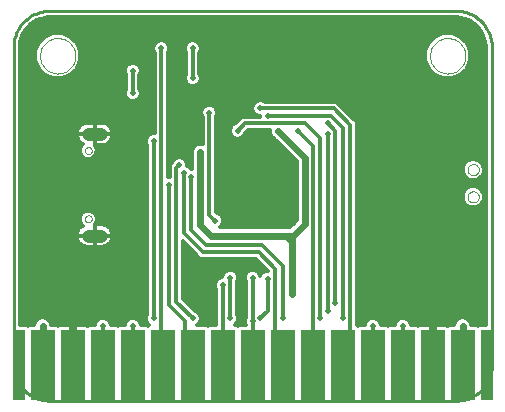
<source format=gbl>
G75*
G70*
%OFA0B0*%
%FSLAX24Y24*%
%IPPOS*%
%LPD*%
%AMOC8*
5,1,8,0,0,1.08239X$1,22.5*
%
%ADD10C,0.0100*%
%ADD11R,0.0787X0.2362*%
%ADD12R,0.0394X0.2362*%
%ADD13C,0.0000*%
%ADD14C,0.0394*%
%ADD15C,0.0433*%
%ADD16C,0.0200*%
%ADD17C,0.0120*%
%ADD18C,0.0240*%
D10*
X004558Y001364D02*
X004558Y011956D01*
X004560Y012023D01*
X004566Y012090D01*
X004575Y012157D01*
X004588Y012223D01*
X004605Y012288D01*
X004625Y012352D01*
X004649Y012415D01*
X004677Y012477D01*
X004708Y012536D01*
X004742Y012594D01*
X004779Y012650D01*
X004820Y012704D01*
X004863Y012756D01*
X004909Y012805D01*
X004958Y012851D01*
X005010Y012894D01*
X005064Y012935D01*
X005120Y012972D01*
X005178Y013006D01*
X005237Y013037D01*
X005299Y013065D01*
X005362Y013089D01*
X005426Y013109D01*
X005491Y013126D01*
X005557Y013139D01*
X005624Y013148D01*
X005691Y013154D01*
X005758Y013156D01*
X019302Y013156D01*
X019369Y013154D01*
X019436Y013148D01*
X019503Y013139D01*
X019569Y013126D01*
X019634Y013109D01*
X019698Y013089D01*
X019761Y013065D01*
X019823Y013037D01*
X019882Y013006D01*
X019940Y012972D01*
X019996Y012935D01*
X020050Y012894D01*
X020102Y012851D01*
X020151Y012805D01*
X020197Y012756D01*
X020240Y012704D01*
X020281Y012650D01*
X020318Y012594D01*
X020352Y012536D01*
X020383Y012477D01*
X020411Y012415D01*
X020435Y012352D01*
X020455Y012288D01*
X020472Y012223D01*
X020485Y012157D01*
X020494Y012090D01*
X020500Y012023D01*
X020502Y011956D01*
X020502Y001364D01*
X020500Y001297D01*
X020494Y001230D01*
X020485Y001163D01*
X020472Y001097D01*
X020455Y001032D01*
X020435Y000968D01*
X020411Y000905D01*
X020383Y000843D01*
X020352Y000784D01*
X020318Y000726D01*
X020281Y000670D01*
X020240Y000616D01*
X020197Y000564D01*
X020151Y000515D01*
X020102Y000469D01*
X020050Y000426D01*
X019996Y000385D01*
X019940Y000348D01*
X019882Y000314D01*
X019823Y000283D01*
X019761Y000255D01*
X019698Y000231D01*
X019634Y000211D01*
X019569Y000194D01*
X019503Y000181D01*
X019436Y000172D01*
X019369Y000166D01*
X019302Y000164D01*
X005758Y000164D01*
X005691Y000166D01*
X005624Y000172D01*
X005557Y000181D01*
X005491Y000194D01*
X005426Y000211D01*
X005362Y000231D01*
X005299Y000255D01*
X005237Y000283D01*
X005178Y000314D01*
X005120Y000348D01*
X005064Y000385D01*
X005010Y000426D01*
X004958Y000469D01*
X004909Y000515D01*
X004863Y000564D01*
X004820Y000616D01*
X004779Y000670D01*
X004742Y000726D01*
X004708Y000784D01*
X004677Y000843D01*
X004649Y000905D01*
X004625Y000968D01*
X004605Y001032D01*
X004588Y001097D01*
X004575Y001163D01*
X004566Y001230D01*
X004560Y001297D01*
X004558Y001364D01*
D11*
X005530Y001348D03*
X006530Y001348D03*
X007530Y001348D03*
X008530Y001348D03*
X009530Y001348D03*
X010530Y001348D03*
X011530Y001348D03*
X012530Y001348D03*
X013530Y001348D03*
X014530Y001348D03*
X015530Y001348D03*
X016530Y001348D03*
X017530Y001348D03*
X018530Y001348D03*
X019530Y001348D03*
D12*
X020325Y001348D03*
X004735Y001348D03*
D13*
X006929Y006222D02*
X006931Y006243D01*
X006937Y006263D01*
X006946Y006283D01*
X006958Y006300D01*
X006973Y006314D01*
X006991Y006326D01*
X007011Y006334D01*
X007031Y006339D01*
X007052Y006340D01*
X007073Y006337D01*
X007093Y006331D01*
X007112Y006320D01*
X007129Y006307D01*
X007142Y006291D01*
X007153Y006273D01*
X007161Y006253D01*
X007165Y006233D01*
X007165Y006211D01*
X007161Y006191D01*
X007153Y006171D01*
X007142Y006153D01*
X007129Y006137D01*
X007112Y006124D01*
X007093Y006113D01*
X007073Y006107D01*
X007052Y006104D01*
X007031Y006105D01*
X007011Y006110D01*
X006991Y006118D01*
X006973Y006130D01*
X006958Y006144D01*
X006946Y006161D01*
X006937Y006181D01*
X006931Y006201D01*
X006929Y006222D01*
X006929Y008498D02*
X006931Y008519D01*
X006937Y008539D01*
X006946Y008559D01*
X006958Y008576D01*
X006973Y008590D01*
X006991Y008602D01*
X007011Y008610D01*
X007031Y008615D01*
X007052Y008616D01*
X007073Y008613D01*
X007093Y008607D01*
X007112Y008596D01*
X007129Y008583D01*
X007142Y008567D01*
X007153Y008549D01*
X007161Y008529D01*
X007165Y008509D01*
X007165Y008487D01*
X007161Y008467D01*
X007153Y008447D01*
X007142Y008429D01*
X007129Y008413D01*
X007112Y008400D01*
X007093Y008389D01*
X007073Y008383D01*
X007052Y008380D01*
X007031Y008381D01*
X007011Y008386D01*
X006991Y008394D01*
X006973Y008406D01*
X006958Y008420D01*
X006946Y008437D01*
X006937Y008457D01*
X006931Y008477D01*
X006929Y008498D01*
X005439Y011660D02*
X005441Y011708D01*
X005447Y011756D01*
X005457Y011803D01*
X005470Y011849D01*
X005488Y011894D01*
X005508Y011938D01*
X005533Y011980D01*
X005561Y012019D01*
X005591Y012056D01*
X005625Y012090D01*
X005662Y012122D01*
X005700Y012151D01*
X005741Y012176D01*
X005784Y012198D01*
X005829Y012216D01*
X005875Y012230D01*
X005922Y012241D01*
X005970Y012248D01*
X006018Y012251D01*
X006066Y012250D01*
X006114Y012245D01*
X006162Y012236D01*
X006208Y012224D01*
X006253Y012207D01*
X006297Y012187D01*
X006339Y012164D01*
X006379Y012137D01*
X006417Y012107D01*
X006452Y012074D01*
X006484Y012038D01*
X006514Y012000D01*
X006540Y011959D01*
X006562Y011916D01*
X006582Y011872D01*
X006597Y011827D01*
X006609Y011780D01*
X006617Y011732D01*
X006621Y011684D01*
X006621Y011636D01*
X006617Y011588D01*
X006609Y011540D01*
X006597Y011493D01*
X006582Y011448D01*
X006562Y011404D01*
X006540Y011361D01*
X006514Y011320D01*
X006484Y011282D01*
X006452Y011246D01*
X006417Y011213D01*
X006379Y011183D01*
X006339Y011156D01*
X006297Y011133D01*
X006253Y011113D01*
X006208Y011096D01*
X006162Y011084D01*
X006114Y011075D01*
X006066Y011070D01*
X006018Y011069D01*
X005970Y011072D01*
X005922Y011079D01*
X005875Y011090D01*
X005829Y011104D01*
X005784Y011122D01*
X005741Y011144D01*
X005700Y011169D01*
X005662Y011198D01*
X005625Y011230D01*
X005591Y011264D01*
X005561Y011301D01*
X005533Y011340D01*
X005508Y011382D01*
X005488Y011426D01*
X005470Y011471D01*
X005457Y011517D01*
X005447Y011564D01*
X005441Y011612D01*
X005439Y011660D01*
X018439Y011660D02*
X018441Y011708D01*
X018447Y011756D01*
X018457Y011803D01*
X018470Y011849D01*
X018488Y011894D01*
X018508Y011938D01*
X018533Y011980D01*
X018561Y012019D01*
X018591Y012056D01*
X018625Y012090D01*
X018662Y012122D01*
X018700Y012151D01*
X018741Y012176D01*
X018784Y012198D01*
X018829Y012216D01*
X018875Y012230D01*
X018922Y012241D01*
X018970Y012248D01*
X019018Y012251D01*
X019066Y012250D01*
X019114Y012245D01*
X019162Y012236D01*
X019208Y012224D01*
X019253Y012207D01*
X019297Y012187D01*
X019339Y012164D01*
X019379Y012137D01*
X019417Y012107D01*
X019452Y012074D01*
X019484Y012038D01*
X019514Y012000D01*
X019540Y011959D01*
X019562Y011916D01*
X019582Y011872D01*
X019597Y011827D01*
X019609Y011780D01*
X019617Y011732D01*
X019621Y011684D01*
X019621Y011636D01*
X019617Y011588D01*
X019609Y011540D01*
X019597Y011493D01*
X019582Y011448D01*
X019562Y011404D01*
X019540Y011361D01*
X019514Y011320D01*
X019484Y011282D01*
X019452Y011246D01*
X019417Y011213D01*
X019379Y011183D01*
X019339Y011156D01*
X019297Y011133D01*
X019253Y011113D01*
X019208Y011096D01*
X019162Y011084D01*
X019114Y011075D01*
X019066Y011070D01*
X019018Y011069D01*
X018970Y011072D01*
X018922Y011079D01*
X018875Y011090D01*
X018829Y011104D01*
X018784Y011122D01*
X018741Y011144D01*
X018700Y011169D01*
X018662Y011198D01*
X018625Y011230D01*
X018591Y011264D01*
X018561Y011301D01*
X018533Y011340D01*
X018508Y011382D01*
X018488Y011426D01*
X018470Y011471D01*
X018457Y011517D01*
X018447Y011564D01*
X018441Y011612D01*
X018439Y011660D01*
X019693Y007863D02*
X019695Y007890D01*
X019701Y007916D01*
X019710Y007941D01*
X019723Y007964D01*
X019739Y007985D01*
X019758Y008004D01*
X019779Y008020D01*
X019802Y008033D01*
X019827Y008042D01*
X019853Y008048D01*
X019880Y008050D01*
X019907Y008048D01*
X019933Y008042D01*
X019958Y008033D01*
X019981Y008020D01*
X020002Y008004D01*
X020021Y007985D01*
X020037Y007964D01*
X020050Y007941D01*
X020059Y007916D01*
X020065Y007890D01*
X020067Y007863D01*
X020065Y007836D01*
X020059Y007810D01*
X020050Y007785D01*
X020037Y007762D01*
X020021Y007741D01*
X020002Y007722D01*
X019981Y007706D01*
X019958Y007693D01*
X019933Y007684D01*
X019907Y007678D01*
X019880Y007676D01*
X019853Y007678D01*
X019827Y007684D01*
X019802Y007693D01*
X019779Y007706D01*
X019758Y007722D01*
X019739Y007741D01*
X019723Y007762D01*
X019710Y007785D01*
X019701Y007810D01*
X019695Y007836D01*
X019693Y007863D01*
X019693Y006957D02*
X019695Y006984D01*
X019701Y007010D01*
X019710Y007035D01*
X019723Y007058D01*
X019739Y007079D01*
X019758Y007098D01*
X019779Y007114D01*
X019802Y007127D01*
X019827Y007136D01*
X019853Y007142D01*
X019880Y007144D01*
X019907Y007142D01*
X019933Y007136D01*
X019958Y007127D01*
X019981Y007114D01*
X020002Y007098D01*
X020021Y007079D01*
X020037Y007058D01*
X020050Y007035D01*
X020059Y007010D01*
X020065Y006984D01*
X020067Y006957D01*
X020065Y006930D01*
X020059Y006904D01*
X020050Y006879D01*
X020037Y006856D01*
X020021Y006835D01*
X020002Y006816D01*
X019981Y006800D01*
X019958Y006787D01*
X019933Y006778D01*
X019907Y006772D01*
X019880Y006770D01*
X019853Y006772D01*
X019827Y006778D01*
X019802Y006787D01*
X019779Y006800D01*
X019758Y006816D01*
X019739Y006835D01*
X019723Y006856D01*
X019710Y006879D01*
X019701Y006904D01*
X019695Y006930D01*
X019693Y006957D01*
D14*
X005807Y005667D02*
X005413Y005667D01*
X005413Y009053D02*
X005807Y009053D01*
D15*
X007047Y009053D02*
X007480Y009053D01*
X007480Y005667D02*
X007047Y005667D01*
D16*
X008030Y005160D03*
X008530Y004410D03*
X007030Y003160D03*
X007530Y002660D03*
X008530Y002660D03*
X009230Y002910D03*
X010530Y002910D03*
X011780Y002910D03*
X012530Y002810D03*
X012780Y002910D03*
X013530Y002910D03*
X013830Y003710D03*
X013030Y004235D03*
X012530Y004260D03*
X011780Y004260D03*
X011530Y004010D03*
X011030Y004660D03*
X010530Y004660D03*
X011580Y005660D03*
X011280Y006160D03*
X010780Y006410D03*
X011780Y006910D03*
X012530Y007460D03*
X013280Y006910D03*
X014280Y006869D03*
X013280Y008160D03*
X013380Y009160D03*
X014030Y009160D03*
X015030Y009060D03*
X015030Y009410D03*
X016280Y008910D03*
X017030Y008910D03*
X017030Y007660D03*
X017830Y007060D03*
X017030Y006410D03*
X016280Y005660D03*
X016280Y004410D03*
X015280Y003410D03*
X015030Y003160D03*
X014780Y002910D03*
X015530Y002910D03*
X016530Y002660D03*
X017530Y002660D03*
X018030Y003160D03*
X018780Y003160D03*
X019530Y002660D03*
X020030Y003160D03*
X018530Y004410D03*
X018530Y005660D03*
X019780Y005660D03*
X019280Y009160D03*
X017730Y009960D03*
X015880Y011860D03*
X013530Y010260D03*
X013030Y009660D03*
X012780Y009910D03*
X012080Y009960D03*
X011230Y010160D03*
X011080Y009760D03*
X012030Y009160D03*
X011780Y008160D03*
X010780Y008444D03*
X010380Y008810D03*
X010080Y008010D03*
X010230Y007760D03*
X010480Y007610D03*
X009730Y007360D03*
X008880Y007110D03*
X008880Y006410D03*
X009230Y008810D03*
X008530Y009160D03*
X008530Y010410D03*
X008530Y011160D03*
X009480Y011910D03*
X010530Y011910D03*
X010530Y010910D03*
X007430Y011360D03*
X006280Y009810D03*
X005980Y004960D03*
X005230Y004610D03*
X005030Y003160D03*
X005530Y002660D03*
X006030Y003160D03*
X012780Y005660D03*
D17*
X012830Y005360D02*
X013530Y004660D01*
X013530Y002910D01*
X013030Y003160D02*
X012780Y002910D01*
X012530Y002810D02*
X012530Y004260D01*
X012285Y004171D02*
X012025Y004171D01*
X012040Y004208D02*
X012040Y004312D01*
X012000Y004407D01*
X011927Y004480D01*
X011832Y004520D01*
X011728Y004520D01*
X011633Y004480D01*
X011560Y004407D01*
X011520Y004312D01*
X011520Y004270D01*
X011478Y004270D01*
X011383Y004230D01*
X011310Y004157D01*
X011270Y004062D01*
X011270Y003958D01*
X011310Y003863D01*
X011310Y003862D01*
X011310Y002689D01*
X011070Y002689D01*
X011030Y002649D01*
X010990Y002689D01*
X010677Y002689D01*
X010677Y002690D01*
X010750Y002763D01*
X010790Y002858D01*
X010790Y002962D01*
X010750Y003057D01*
X010677Y003130D01*
X010582Y003170D01*
X010581Y003170D01*
X010200Y003551D01*
X010200Y005479D01*
X010789Y004890D01*
X010971Y004890D01*
X012639Y004890D01*
X013034Y004495D01*
X012978Y004495D01*
X012883Y004455D01*
X012810Y004382D01*
X012785Y004323D01*
X012750Y004407D01*
X012677Y004480D01*
X012582Y004520D01*
X012478Y004520D01*
X012383Y004480D01*
X012310Y004407D01*
X012270Y004312D01*
X012270Y004208D01*
X012310Y004113D01*
X012310Y004112D01*
X012310Y002958D01*
X012310Y002957D01*
X012270Y002862D01*
X012270Y002758D01*
X012299Y002689D01*
X012070Y002689D01*
X012030Y002649D01*
X011990Y002689D01*
X011927Y002689D01*
X011927Y002690D01*
X012000Y002763D01*
X012040Y002858D01*
X012040Y002962D01*
X012000Y003057D01*
X012000Y003058D01*
X012000Y004112D01*
X012000Y004113D01*
X012040Y004208D01*
X012040Y004290D02*
X012270Y004290D01*
X012311Y004408D02*
X011999Y004408D01*
X011780Y004260D02*
X011780Y002910D01*
X012030Y002986D02*
X012310Y002986D01*
X012310Y003105D02*
X012000Y003105D01*
X012000Y003223D02*
X012310Y003223D01*
X012310Y003342D02*
X012000Y003342D01*
X012000Y003460D02*
X012310Y003460D01*
X012310Y003579D02*
X012000Y003579D01*
X012000Y003697D02*
X012310Y003697D01*
X012310Y003816D02*
X012000Y003816D01*
X012000Y003934D02*
X012310Y003934D01*
X012310Y004053D02*
X012000Y004053D01*
X011530Y004010D02*
X011530Y001348D01*
X012530Y001348D02*
X012530Y002810D01*
X012274Y002749D02*
X011987Y002749D01*
X012040Y002868D02*
X012273Y002868D01*
X013030Y003160D02*
X013030Y004235D01*
X012836Y004408D02*
X012749Y004408D01*
X012883Y004645D02*
X010200Y004645D01*
X010200Y004527D02*
X013002Y004527D01*
X013280Y004560D02*
X012730Y005110D01*
X010880Y005110D01*
X010230Y005760D01*
X010230Y007760D01*
X010340Y007996D02*
X010340Y008062D01*
X010300Y008157D01*
X010227Y008230D01*
X010132Y008270D01*
X010028Y008270D01*
X009933Y008230D01*
X009860Y008157D01*
X009820Y008062D01*
X009820Y008061D01*
X009760Y008001D01*
X009760Y007620D01*
X009700Y007620D01*
X009700Y011762D01*
X009700Y011763D01*
X009740Y011858D01*
X009740Y011962D01*
X009700Y012057D01*
X009627Y012130D01*
X009532Y012170D01*
X009428Y012170D01*
X009333Y012130D01*
X009260Y012057D01*
X009220Y011962D01*
X009220Y011858D01*
X009260Y011763D01*
X009260Y011762D01*
X009260Y009070D01*
X009178Y009070D01*
X009083Y009030D01*
X009010Y008957D01*
X008970Y008862D01*
X008970Y008758D01*
X009010Y008663D01*
X009010Y008662D01*
X009010Y003058D01*
X009010Y003057D01*
X008970Y002962D01*
X008970Y002858D01*
X009010Y002763D01*
X009083Y002690D01*
X009083Y002689D01*
X009070Y002689D01*
X009030Y002649D01*
X008990Y002689D01*
X008790Y002689D01*
X008790Y002712D01*
X008750Y002807D01*
X008677Y002880D01*
X008582Y002920D01*
X008478Y002920D01*
X008383Y002880D01*
X008310Y002807D01*
X008270Y002712D01*
X008270Y002689D01*
X008070Y002689D01*
X008030Y002649D01*
X007990Y002689D01*
X007790Y002689D01*
X007790Y002712D01*
X007750Y002807D01*
X007677Y002880D01*
X007582Y002920D01*
X007478Y002920D01*
X007383Y002880D01*
X007310Y002807D01*
X007270Y002712D01*
X007270Y002689D01*
X007070Y002689D01*
X007030Y002649D01*
X007022Y002657D01*
X006985Y002678D01*
X006945Y002689D01*
X006590Y002689D01*
X006590Y001408D01*
X006470Y001408D01*
X006470Y002689D01*
X006115Y002689D01*
X006075Y002678D01*
X006038Y002657D01*
X006030Y002649D01*
X005990Y002689D01*
X005810Y002689D01*
X005810Y002716D01*
X005767Y002819D01*
X005689Y002897D01*
X005586Y002940D01*
X005474Y002940D01*
X005371Y002897D01*
X005293Y002819D01*
X005250Y002716D01*
X005250Y002689D01*
X005070Y002689D01*
X005034Y002653D01*
X004998Y002689D01*
X004768Y002689D01*
X004768Y011956D01*
X004780Y012111D01*
X005420Y012111D01*
X005394Y012085D02*
X005279Y011809D01*
X005279Y011511D01*
X005394Y011235D01*
X005605Y011024D01*
X005881Y010909D01*
X006179Y010909D01*
X006455Y011024D01*
X006666Y011235D01*
X006781Y011511D01*
X006781Y011809D01*
X006666Y012085D01*
X006455Y012296D01*
X006179Y012411D01*
X005881Y012411D01*
X005605Y012296D01*
X005394Y012085D01*
X005355Y011993D02*
X004770Y011993D01*
X004780Y012111D02*
X004875Y012406D01*
X005058Y012656D01*
X005308Y012838D01*
X005603Y012934D01*
X005758Y012946D01*
X019302Y012946D01*
X019457Y012934D01*
X019752Y012838D01*
X020002Y012656D01*
X020185Y012406D01*
X020280Y012111D01*
X019640Y012111D01*
X019666Y012085D02*
X019455Y012296D01*
X019179Y012411D01*
X018881Y012411D01*
X018605Y012296D01*
X018394Y012085D01*
X018279Y011809D01*
X018279Y011511D01*
X018394Y011235D01*
X018605Y011024D01*
X018881Y010909D01*
X019179Y010909D01*
X019455Y011024D01*
X019666Y011235D01*
X019781Y011511D01*
X019781Y011809D01*
X019666Y012085D01*
X019705Y011993D02*
X020290Y011993D01*
X020292Y011956D02*
X020280Y012111D01*
X020242Y012230D02*
X019522Y012230D01*
X019330Y012348D02*
X020203Y012348D01*
X020140Y012467D02*
X004920Y012467D01*
X004857Y012348D02*
X005730Y012348D01*
X005538Y012230D02*
X004818Y012230D01*
X005006Y012585D02*
X020054Y012585D01*
X019937Y012704D02*
X005123Y012704D01*
X005286Y012822D02*
X019774Y012822D01*
X019373Y012941D02*
X005687Y012941D01*
X006330Y012348D02*
X018730Y012348D01*
X018538Y012230D02*
X006522Y012230D01*
X006640Y012111D02*
X009313Y012111D01*
X009233Y011993D02*
X006705Y011993D01*
X006754Y011874D02*
X009220Y011874D01*
X009260Y011756D02*
X006781Y011756D01*
X006781Y011637D02*
X009260Y011637D01*
X009260Y011519D02*
X006781Y011519D01*
X006735Y011400D02*
X008430Y011400D01*
X008383Y011380D02*
X008310Y011307D01*
X008270Y011212D01*
X008270Y011108D01*
X008310Y011013D01*
X008310Y011012D01*
X008310Y010558D01*
X008310Y010557D01*
X008270Y010462D01*
X008270Y010358D01*
X008310Y010263D01*
X008383Y010190D01*
X008478Y010150D01*
X008582Y010150D01*
X008677Y010190D01*
X008750Y010263D01*
X008790Y010358D01*
X008790Y010462D01*
X008750Y010557D01*
X008750Y010558D01*
X008750Y011012D01*
X008750Y011013D01*
X008790Y011108D01*
X008790Y011212D01*
X008750Y011307D01*
X008677Y011380D01*
X008582Y011420D01*
X008478Y011420D01*
X008383Y011380D01*
X008299Y011282D02*
X006686Y011282D01*
X006594Y011163D02*
X008270Y011163D01*
X008296Y011045D02*
X006476Y011045D01*
X006219Y010926D02*
X008310Y010926D01*
X008310Y010808D02*
X004768Y010808D01*
X004768Y010926D02*
X005841Y010926D01*
X005584Y011045D02*
X004768Y011045D01*
X004768Y011163D02*
X005466Y011163D01*
X005374Y011282D02*
X004768Y011282D01*
X004768Y011400D02*
X005325Y011400D01*
X005279Y011519D02*
X004768Y011519D01*
X004768Y011637D02*
X005279Y011637D01*
X005279Y011756D02*
X004768Y011756D01*
X004768Y011874D02*
X005306Y011874D01*
X004768Y010689D02*
X008310Y010689D01*
X008310Y010571D02*
X004768Y010571D01*
X004768Y010452D02*
X008270Y010452D01*
X008280Y010334D02*
X004768Y010334D01*
X004768Y010215D02*
X008357Y010215D01*
X008530Y010410D02*
X008530Y011160D01*
X008630Y011400D02*
X009260Y011400D01*
X009260Y011282D02*
X008761Y011282D01*
X008790Y011163D02*
X009260Y011163D01*
X009260Y011045D02*
X008764Y011045D01*
X008750Y010926D02*
X009260Y010926D01*
X009260Y010808D02*
X008750Y010808D01*
X008750Y010689D02*
X009260Y010689D01*
X009260Y010571D02*
X008750Y010571D01*
X008790Y010452D02*
X009260Y010452D01*
X009260Y010334D02*
X008780Y010334D01*
X008703Y010215D02*
X009260Y010215D01*
X009260Y010097D02*
X004768Y010097D01*
X004768Y009978D02*
X009260Y009978D01*
X009260Y009860D02*
X004768Y009860D01*
X004768Y009741D02*
X009260Y009741D01*
X009260Y009623D02*
X004768Y009623D01*
X004768Y009504D02*
X009260Y009504D01*
X009260Y009386D02*
X007660Y009386D01*
X007658Y009387D02*
X007590Y009415D01*
X007517Y009429D01*
X007263Y009429D01*
X007010Y009429D01*
X006937Y009415D01*
X006869Y009387D01*
X006807Y009345D01*
X006754Y009293D01*
X006713Y009231D01*
X006685Y009163D01*
X006670Y009090D01*
X006670Y009053D01*
X007263Y009053D01*
X007263Y009053D01*
X006670Y009053D01*
X006670Y009016D01*
X006685Y008943D01*
X006713Y008875D01*
X006754Y008813D01*
X006807Y008760D01*
X006869Y008719D01*
X006873Y008717D01*
X006811Y008655D01*
X006769Y008553D01*
X006769Y008442D01*
X006811Y008340D01*
X006889Y008262D01*
X006992Y008220D01*
X007102Y008220D01*
X007204Y008262D01*
X007283Y008340D01*
X007325Y008442D01*
X007325Y008553D01*
X007283Y008655D01*
X007262Y008676D01*
X007263Y008676D01*
X007263Y009053D01*
X007263Y009429D01*
X007263Y009053D01*
X007263Y009053D01*
X007263Y009053D01*
X007263Y008676D01*
X007517Y008676D01*
X007590Y008691D01*
X007658Y008719D01*
X007720Y008760D01*
X007772Y008813D01*
X007814Y008875D01*
X007842Y008943D01*
X007857Y009016D01*
X007857Y009053D01*
X007857Y009090D01*
X007842Y009163D01*
X007814Y009231D01*
X007772Y009293D01*
X007720Y009345D01*
X007658Y009387D01*
X007790Y009267D02*
X009260Y009267D01*
X009260Y009149D02*
X007845Y009149D01*
X007857Y009053D02*
X007263Y009053D01*
X007263Y009053D01*
X007857Y009053D01*
X007857Y009030D02*
X009082Y009030D01*
X008991Y008912D02*
X007829Y008912D01*
X007753Y008793D02*
X008970Y008793D01*
X009005Y008675D02*
X007264Y008675D01*
X007263Y008793D02*
X007263Y008793D01*
X007263Y008912D02*
X007263Y008912D01*
X007263Y009030D02*
X007263Y009030D01*
X007263Y009149D02*
X007263Y009149D01*
X007263Y009267D02*
X007263Y009267D01*
X007263Y009386D02*
X007263Y009386D01*
X006867Y009386D02*
X004768Y009386D01*
X004768Y009267D02*
X006737Y009267D01*
X006682Y009149D02*
X004768Y009149D01*
X004768Y009030D02*
X006670Y009030D01*
X006698Y008912D02*
X004768Y008912D01*
X004768Y008793D02*
X006774Y008793D01*
X006830Y008675D02*
X004768Y008675D01*
X004768Y008556D02*
X006770Y008556D01*
X006771Y008438D02*
X004768Y008438D01*
X004768Y008319D02*
X006832Y008319D01*
X007261Y008319D02*
X009010Y008319D01*
X009010Y008201D02*
X004768Y008201D01*
X004768Y008082D02*
X009010Y008082D01*
X009010Y007964D02*
X004768Y007964D01*
X004768Y007845D02*
X009010Y007845D01*
X009010Y007727D02*
X004768Y007727D01*
X004768Y007608D02*
X009010Y007608D01*
X009010Y007490D02*
X004768Y007490D01*
X004768Y007371D02*
X009010Y007371D01*
X009010Y007253D02*
X004768Y007253D01*
X004768Y007134D02*
X009010Y007134D01*
X009010Y007016D02*
X004768Y007016D01*
X004768Y006897D02*
X009010Y006897D01*
X009010Y006779D02*
X004768Y006779D01*
X004768Y006660D02*
X009010Y006660D01*
X009010Y006541D02*
X004768Y006541D01*
X004768Y006423D02*
X006854Y006423D01*
X006889Y006458D02*
X006811Y006380D01*
X006769Y006278D01*
X006769Y006167D01*
X006811Y006065D01*
X006873Y006003D01*
X006869Y006001D01*
X006807Y005960D01*
X006754Y005907D01*
X006713Y005845D01*
X006685Y005777D01*
X006670Y005704D01*
X006670Y005667D01*
X006670Y005630D01*
X006685Y005557D01*
X006713Y005489D01*
X006754Y005427D01*
X006807Y005375D01*
X006869Y005333D01*
X006937Y005305D01*
X007010Y005291D01*
X007263Y005291D01*
X007263Y005667D01*
X006670Y005667D01*
X007263Y005667D01*
X007263Y005667D01*
X007263Y005667D01*
X007263Y006044D01*
X007262Y006044D01*
X007283Y006065D01*
X007325Y006167D01*
X007325Y006278D01*
X007283Y006380D01*
X007204Y006458D01*
X007102Y006500D01*
X006992Y006500D01*
X006889Y006458D01*
X006780Y006304D02*
X004768Y006304D01*
X004768Y006186D02*
X006769Y006186D01*
X006810Y006067D02*
X004768Y006067D01*
X004768Y005949D02*
X006796Y005949D01*
X006707Y005830D02*
X004768Y005830D01*
X004768Y005712D02*
X006672Y005712D01*
X006678Y005593D02*
X004768Y005593D01*
X004768Y005475D02*
X006722Y005475D01*
X006834Y005356D02*
X004768Y005356D01*
X004768Y005238D02*
X009010Y005238D01*
X009010Y005356D02*
X007693Y005356D01*
X007720Y005375D02*
X007772Y005427D01*
X007814Y005489D01*
X007842Y005557D01*
X007857Y005630D01*
X007857Y005667D01*
X007263Y005667D01*
X007263Y005667D01*
X007263Y005291D01*
X007517Y005291D01*
X007590Y005305D01*
X007658Y005333D01*
X007720Y005375D01*
X007805Y005475D02*
X009010Y005475D01*
X009010Y005593D02*
X007849Y005593D01*
X007857Y005667D02*
X007263Y005667D01*
X007263Y006044D01*
X007517Y006044D01*
X007590Y006029D01*
X007658Y006001D01*
X007720Y005960D01*
X007772Y005907D01*
X007814Y005845D01*
X007842Y005777D01*
X007857Y005704D01*
X007857Y005667D01*
X007855Y005712D02*
X009010Y005712D01*
X009010Y005830D02*
X007820Y005830D01*
X007731Y005949D02*
X009010Y005949D01*
X009010Y006067D02*
X007284Y006067D01*
X007263Y005949D02*
X007263Y005949D01*
X007263Y005830D02*
X007263Y005830D01*
X007263Y005712D02*
X007263Y005712D01*
X007263Y005667D02*
X007263Y005667D01*
X007263Y005593D02*
X007263Y005593D01*
X007263Y005475D02*
X007263Y005475D01*
X007263Y005356D02*
X007263Y005356D01*
X007325Y006186D02*
X009010Y006186D01*
X009010Y006304D02*
X007314Y006304D01*
X007239Y006423D02*
X009010Y006423D01*
X009730Y007360D02*
X009730Y003360D01*
X010280Y002810D01*
X010280Y001598D01*
X010530Y001348D01*
X009530Y001348D02*
X009530Y002310D01*
X009480Y002360D01*
X009480Y011910D01*
X009727Y011993D02*
X010283Y011993D01*
X010270Y011962D02*
X010310Y012057D01*
X010383Y012130D01*
X010478Y012170D01*
X010582Y012170D01*
X010677Y012130D01*
X010750Y012057D01*
X010790Y011962D01*
X010790Y011858D01*
X010750Y011763D01*
X010750Y011762D01*
X010750Y011058D01*
X010750Y011057D01*
X010790Y010962D01*
X010790Y010858D01*
X010750Y010763D01*
X010677Y010690D01*
X010582Y010650D01*
X010478Y010650D01*
X010383Y010690D01*
X010310Y010763D01*
X010270Y010858D01*
X010270Y010962D01*
X010310Y011057D01*
X010310Y011058D01*
X010310Y011762D01*
X010310Y011763D01*
X010270Y011858D01*
X010270Y011962D01*
X010270Y011874D02*
X009740Y011874D01*
X009700Y011756D02*
X010310Y011756D01*
X010310Y011637D02*
X009700Y011637D01*
X009700Y011519D02*
X010310Y011519D01*
X010310Y011400D02*
X009700Y011400D01*
X009700Y011282D02*
X010310Y011282D01*
X010310Y011163D02*
X009700Y011163D01*
X009700Y011045D02*
X010304Y011045D01*
X010270Y010926D02*
X009700Y010926D01*
X009700Y010808D02*
X010291Y010808D01*
X010384Y010689D02*
X009700Y010689D01*
X009700Y010571D02*
X020292Y010571D01*
X020292Y010689D02*
X010676Y010689D01*
X010769Y010808D02*
X020292Y010808D01*
X020292Y010926D02*
X019219Y010926D01*
X019476Y011045D02*
X020292Y011045D01*
X020292Y011163D02*
X019594Y011163D01*
X019686Y011282D02*
X020292Y011282D01*
X020292Y011400D02*
X019735Y011400D01*
X019781Y011519D02*
X020292Y011519D01*
X020292Y011637D02*
X019781Y011637D01*
X019781Y011756D02*
X020292Y011756D01*
X020292Y011874D02*
X019754Y011874D01*
X020292Y011956D02*
X020292Y002689D01*
X020062Y002689D01*
X020026Y002653D01*
X019990Y002689D01*
X019810Y002689D01*
X019810Y002716D01*
X019767Y002819D01*
X019689Y002897D01*
X019586Y002940D01*
X019474Y002940D01*
X019371Y002897D01*
X019293Y002819D01*
X019250Y002716D01*
X019250Y002689D01*
X019070Y002689D01*
X019030Y002649D01*
X019022Y002657D01*
X018985Y002678D01*
X018945Y002689D01*
X018590Y002689D01*
X018590Y001408D01*
X018470Y001408D01*
X018470Y002689D01*
X018115Y002689D01*
X018075Y002678D01*
X018038Y002657D01*
X018030Y002649D01*
X017990Y002689D01*
X017790Y002689D01*
X017790Y002712D01*
X017750Y002807D01*
X017677Y002880D01*
X017582Y002920D01*
X017478Y002920D01*
X017383Y002880D01*
X017310Y002807D01*
X017270Y002712D01*
X017270Y002689D01*
X017070Y002689D01*
X017030Y002649D01*
X016990Y002689D01*
X016790Y002689D01*
X016790Y002712D01*
X016750Y002807D01*
X016677Y002880D01*
X016582Y002920D01*
X016478Y002920D01*
X016383Y002880D01*
X016310Y002807D01*
X016270Y002712D01*
X016270Y002689D01*
X016070Y002689D01*
X016030Y002649D01*
X016000Y002679D01*
X016000Y009451D01*
X015450Y010001D01*
X015321Y010130D01*
X012928Y010130D01*
X012927Y010130D01*
X012832Y010170D01*
X012728Y010170D01*
X012633Y010130D01*
X012560Y010057D01*
X012520Y009962D01*
X012520Y009858D01*
X012560Y009763D01*
X012633Y009690D01*
X012728Y009650D01*
X012770Y009650D01*
X012770Y009630D01*
X012189Y009630D01*
X011979Y009420D01*
X011978Y009420D01*
X011883Y009380D01*
X011810Y009307D01*
X011770Y009212D01*
X011770Y009108D01*
X011810Y009013D01*
X011883Y008940D01*
X011978Y008900D01*
X012082Y008900D01*
X012177Y008940D01*
X012250Y009013D01*
X012290Y009108D01*
X012290Y009109D01*
X012371Y009190D01*
X013100Y009190D01*
X013100Y009104D01*
X013143Y009001D01*
X014000Y008144D01*
X014000Y006176D01*
X013764Y005940D01*
X011428Y005940D01*
X011500Y006013D01*
X011540Y006108D01*
X011540Y006212D01*
X011500Y006307D01*
X011427Y006380D01*
X011332Y006420D01*
X011331Y006420D01*
X011300Y006451D01*
X011300Y009612D01*
X011300Y009613D01*
X011340Y009708D01*
X011340Y009812D01*
X011300Y009907D01*
X011227Y009980D01*
X011132Y010020D01*
X011028Y010020D01*
X010933Y009980D01*
X010860Y009907D01*
X010820Y009812D01*
X010820Y009708D01*
X010860Y009613D01*
X010860Y009612D01*
X010860Y008714D01*
X010836Y008724D01*
X010724Y008724D01*
X010621Y008682D01*
X010543Y008603D01*
X010500Y008500D01*
X010500Y007870D01*
X010466Y007870D01*
X010450Y007907D01*
X010377Y007980D01*
X010340Y007996D01*
X010394Y007964D02*
X010500Y007964D01*
X010500Y008082D02*
X010332Y008082D01*
X010257Y008201D02*
X010500Y008201D01*
X010500Y008319D02*
X009700Y008319D01*
X009700Y008201D02*
X009903Y008201D01*
X009828Y008082D02*
X009700Y008082D01*
X009700Y007964D02*
X009760Y007964D01*
X009760Y007845D02*
X009700Y007845D01*
X009700Y007727D02*
X009760Y007727D01*
X009980Y007910D02*
X010080Y008010D01*
X009980Y007910D02*
X009980Y003460D01*
X010530Y002910D01*
X010703Y003105D02*
X011310Y003105D01*
X011310Y003223D02*
X010528Y003223D01*
X010409Y003342D02*
X011310Y003342D01*
X011310Y003460D02*
X010291Y003460D01*
X010200Y003579D02*
X011310Y003579D01*
X011310Y003697D02*
X010200Y003697D01*
X010200Y003816D02*
X011310Y003816D01*
X011280Y003934D02*
X010200Y003934D01*
X010200Y004053D02*
X011270Y004053D01*
X011324Y004171D02*
X010200Y004171D01*
X010200Y004290D02*
X011520Y004290D01*
X011561Y004408D02*
X010200Y004408D01*
X010200Y004764D02*
X012765Y004764D01*
X012646Y004882D02*
X010200Y004882D01*
X010200Y005001D02*
X010678Y005001D01*
X010559Y005119D02*
X010200Y005119D01*
X010200Y005238D02*
X010441Y005238D01*
X010322Y005356D02*
X010200Y005356D01*
X010200Y005475D02*
X010204Y005475D01*
X010480Y005860D02*
X010980Y005360D01*
X012830Y005360D01*
X013280Y004560D02*
X013280Y002160D01*
X013530Y001910D01*
X013530Y001348D01*
X014530Y001348D02*
X014530Y008660D01*
X014030Y009160D01*
X014280Y009410D02*
X012280Y009410D01*
X012030Y009160D01*
X011793Y009267D02*
X011300Y009267D01*
X011300Y009149D02*
X011770Y009149D01*
X011802Y009030D02*
X011300Y009030D01*
X011300Y008912D02*
X011951Y008912D01*
X012109Y008912D02*
X013233Y008912D01*
X013131Y009030D02*
X012258Y009030D01*
X012330Y009149D02*
X013100Y009149D01*
X013351Y008793D02*
X011300Y008793D01*
X011300Y008675D02*
X013470Y008675D01*
X013588Y008556D02*
X011300Y008556D01*
X011300Y008438D02*
X013707Y008438D01*
X013825Y008319D02*
X011300Y008319D01*
X011300Y008201D02*
X013944Y008201D01*
X014000Y008082D02*
X011300Y008082D01*
X011300Y007964D02*
X014000Y007964D01*
X014000Y007845D02*
X011300Y007845D01*
X011300Y007727D02*
X014000Y007727D01*
X014000Y007608D02*
X011300Y007608D01*
X011300Y007490D02*
X014000Y007490D01*
X014000Y007371D02*
X011300Y007371D01*
X011300Y007253D02*
X014000Y007253D01*
X014000Y007134D02*
X011300Y007134D01*
X011300Y007016D02*
X014000Y007016D01*
X014000Y006897D02*
X011300Y006897D01*
X011300Y006779D02*
X014000Y006779D01*
X014000Y006660D02*
X011300Y006660D01*
X011300Y006541D02*
X014000Y006541D01*
X014000Y006423D02*
X011328Y006423D01*
X011502Y006304D02*
X014000Y006304D01*
X014000Y006186D02*
X011540Y006186D01*
X011523Y006067D02*
X013892Y006067D01*
X013773Y005949D02*
X011437Y005949D01*
X011280Y006160D02*
X011080Y006360D01*
X011080Y009760D01*
X010840Y009860D02*
X009700Y009860D01*
X009700Y009978D02*
X010930Y009978D01*
X010820Y009741D02*
X009700Y009741D01*
X009700Y009623D02*
X010856Y009623D01*
X010860Y009504D02*
X009700Y009504D01*
X009700Y009386D02*
X010860Y009386D01*
X010860Y009267D02*
X009700Y009267D01*
X009700Y009149D02*
X010860Y009149D01*
X010860Y009030D02*
X009700Y009030D01*
X009700Y008912D02*
X010860Y008912D01*
X010860Y008793D02*
X009700Y008793D01*
X009700Y008675D02*
X010614Y008675D01*
X010523Y008556D02*
X009700Y008556D01*
X009700Y008438D02*
X010500Y008438D01*
X010480Y007610D02*
X010480Y005860D01*
X009010Y005119D02*
X004768Y005119D01*
X004768Y005001D02*
X009010Y005001D01*
X009010Y004882D02*
X004768Y004882D01*
X004768Y004764D02*
X009010Y004764D01*
X009010Y004645D02*
X004768Y004645D01*
X004768Y004527D02*
X009010Y004527D01*
X009010Y004408D02*
X004768Y004408D01*
X004768Y004290D02*
X009010Y004290D01*
X009010Y004171D02*
X004768Y004171D01*
X004768Y004053D02*
X009010Y004053D01*
X009010Y003934D02*
X004768Y003934D01*
X004768Y003816D02*
X009010Y003816D01*
X009010Y003697D02*
X004768Y003697D01*
X004768Y003579D02*
X009010Y003579D01*
X009010Y003460D02*
X004768Y003460D01*
X004768Y003342D02*
X009010Y003342D01*
X009010Y003223D02*
X004768Y003223D01*
X004768Y003105D02*
X009010Y003105D01*
X008980Y002986D02*
X004768Y002986D01*
X004768Y002868D02*
X005342Y002868D01*
X005264Y002749D02*
X004768Y002749D01*
X005718Y002868D02*
X007370Y002868D01*
X007286Y002749D02*
X005796Y002749D01*
X006470Y002631D02*
X006590Y002631D01*
X006590Y002512D02*
X006470Y002512D01*
X006470Y002394D02*
X006590Y002394D01*
X006590Y002275D02*
X006470Y002275D01*
X006470Y002157D02*
X006590Y002157D01*
X006590Y002038D02*
X006470Y002038D01*
X006470Y001920D02*
X006590Y001920D01*
X006590Y001801D02*
X006470Y001801D01*
X006470Y001683D02*
X006590Y001683D01*
X006590Y001564D02*
X006470Y001564D01*
X006470Y001446D02*
X006590Y001446D01*
X007530Y001348D02*
X007530Y002660D01*
X007774Y002749D02*
X008286Y002749D01*
X008370Y002868D02*
X007690Y002868D01*
X008530Y002660D02*
X008530Y001348D01*
X008774Y002749D02*
X009023Y002749D01*
X008970Y002868D02*
X008690Y002868D01*
X009230Y002910D02*
X009230Y008810D01*
X009010Y008556D02*
X007324Y008556D01*
X007323Y008438D02*
X009010Y008438D01*
X009700Y010097D02*
X012599Y010097D01*
X012527Y009978D02*
X011230Y009978D01*
X011320Y009860D02*
X012520Y009860D01*
X012581Y009741D02*
X011340Y009741D01*
X011304Y009623D02*
X012181Y009623D01*
X012063Y009504D02*
X011300Y009504D01*
X011300Y009386D02*
X011895Y009386D01*
X012780Y009910D02*
X015230Y009910D01*
X015780Y009360D01*
X015780Y001598D01*
X015530Y001348D01*
X016530Y001348D02*
X016530Y002660D01*
X016286Y002749D02*
X016000Y002749D01*
X016000Y002868D02*
X016370Y002868D01*
X016690Y002868D02*
X017370Y002868D01*
X017286Y002749D02*
X016774Y002749D01*
X017530Y002660D02*
X017530Y001348D01*
X018470Y001446D02*
X018590Y001446D01*
X018590Y001564D02*
X018470Y001564D01*
X018470Y001683D02*
X018590Y001683D01*
X018590Y001801D02*
X018470Y001801D01*
X018470Y001920D02*
X018590Y001920D01*
X018590Y002038D02*
X018470Y002038D01*
X018470Y002157D02*
X018590Y002157D01*
X018590Y002275D02*
X018470Y002275D01*
X018470Y002394D02*
X018590Y002394D01*
X018590Y002512D02*
X018470Y002512D01*
X018470Y002631D02*
X018590Y002631D01*
X019264Y002749D02*
X017774Y002749D01*
X017690Y002868D02*
X019342Y002868D01*
X019718Y002868D02*
X020292Y002868D01*
X020292Y002986D02*
X016000Y002986D01*
X016000Y003105D02*
X020292Y003105D01*
X020292Y003223D02*
X016000Y003223D01*
X016000Y003342D02*
X020292Y003342D01*
X020292Y003460D02*
X016000Y003460D01*
X016000Y003579D02*
X020292Y003579D01*
X020292Y003697D02*
X016000Y003697D01*
X016000Y003816D02*
X020292Y003816D01*
X020292Y003934D02*
X016000Y003934D01*
X016000Y004053D02*
X020292Y004053D01*
X020292Y004171D02*
X016000Y004171D01*
X016000Y004290D02*
X020292Y004290D01*
X020292Y004408D02*
X016000Y004408D01*
X016000Y004527D02*
X020292Y004527D01*
X020292Y004645D02*
X016000Y004645D01*
X016000Y004764D02*
X020292Y004764D01*
X020292Y004882D02*
X016000Y004882D01*
X016000Y005001D02*
X020292Y005001D01*
X020292Y005119D02*
X016000Y005119D01*
X016000Y005238D02*
X020292Y005238D01*
X020292Y005356D02*
X016000Y005356D01*
X016000Y005475D02*
X020292Y005475D01*
X020292Y005593D02*
X016000Y005593D01*
X016000Y005712D02*
X020292Y005712D01*
X020292Y005830D02*
X016000Y005830D01*
X016000Y005949D02*
X020292Y005949D01*
X020292Y006067D02*
X016000Y006067D01*
X016000Y006186D02*
X020292Y006186D01*
X020292Y006304D02*
X016000Y006304D01*
X016000Y006423D02*
X020292Y006423D01*
X020292Y006541D02*
X016000Y006541D01*
X016000Y006660D02*
X019691Y006660D01*
X019683Y006663D02*
X019811Y006610D01*
X019949Y006610D01*
X020077Y006663D01*
X020174Y006761D01*
X020227Y006888D01*
X020227Y007026D01*
X020174Y007154D01*
X020077Y007251D01*
X019949Y007304D01*
X019811Y007304D01*
X019683Y007251D01*
X019586Y007154D01*
X019533Y007026D01*
X019533Y006888D01*
X019586Y006761D01*
X019683Y006663D01*
X019578Y006779D02*
X016000Y006779D01*
X016000Y006897D02*
X019533Y006897D01*
X019533Y007016D02*
X016000Y007016D01*
X016000Y007134D02*
X019578Y007134D01*
X019686Y007253D02*
X016000Y007253D01*
X016000Y007371D02*
X020292Y007371D01*
X020292Y007253D02*
X020074Y007253D01*
X020182Y007134D02*
X020292Y007134D01*
X020292Y007016D02*
X020227Y007016D01*
X020227Y006897D02*
X020292Y006897D01*
X020292Y006779D02*
X020182Y006779D01*
X020292Y006660D02*
X020069Y006660D01*
X020292Y007490D02*
X016000Y007490D01*
X016000Y007608D02*
X019644Y007608D01*
X019683Y007569D02*
X019811Y007516D01*
X019949Y007516D01*
X020077Y007569D01*
X020174Y007666D01*
X020227Y007794D01*
X020227Y007932D01*
X020174Y008059D01*
X020077Y008157D01*
X019949Y008210D01*
X019811Y008210D01*
X019683Y008157D01*
X019586Y008059D01*
X019533Y007932D01*
X019533Y007794D01*
X019586Y007666D01*
X019683Y007569D01*
X019561Y007727D02*
X016000Y007727D01*
X016000Y007845D02*
X019533Y007845D01*
X019546Y007964D02*
X016000Y007964D01*
X016000Y008082D02*
X019609Y008082D01*
X019789Y008201D02*
X016000Y008201D01*
X016000Y008319D02*
X020292Y008319D01*
X020292Y008201D02*
X019971Y008201D01*
X020151Y008082D02*
X020292Y008082D01*
X020292Y007964D02*
X020214Y007964D01*
X020227Y007845D02*
X020292Y007845D01*
X020292Y007727D02*
X020199Y007727D01*
X020116Y007608D02*
X020292Y007608D01*
X020292Y008438D02*
X016000Y008438D01*
X016000Y008556D02*
X020292Y008556D01*
X020292Y008675D02*
X016000Y008675D01*
X016000Y008793D02*
X020292Y008793D01*
X020292Y008912D02*
X016000Y008912D01*
X016000Y009030D02*
X020292Y009030D01*
X020292Y009149D02*
X016000Y009149D01*
X016000Y009267D02*
X020292Y009267D01*
X020292Y009386D02*
X016000Y009386D01*
X015947Y009504D02*
X020292Y009504D01*
X020292Y009623D02*
X015829Y009623D01*
X015710Y009741D02*
X020292Y009741D01*
X020292Y009860D02*
X015592Y009860D01*
X015473Y009978D02*
X020292Y009978D01*
X020292Y010097D02*
X015355Y010097D01*
X015130Y009660D02*
X013430Y009660D01*
X013030Y009660D01*
X014280Y009410D02*
X014780Y008910D01*
X014780Y002910D01*
X015030Y003160D02*
X015030Y009060D01*
X015280Y009160D02*
X015030Y009410D01*
X015130Y009660D02*
X015530Y009260D01*
X015530Y002910D01*
X015280Y003410D02*
X015280Y009160D01*
X018374Y011282D02*
X010750Y011282D01*
X010750Y011400D02*
X018325Y011400D01*
X018279Y011519D02*
X010750Y011519D01*
X010750Y011637D02*
X018279Y011637D01*
X018279Y011756D02*
X010750Y011756D01*
X010790Y011874D02*
X018306Y011874D01*
X018355Y011993D02*
X010777Y011993D01*
X010697Y012111D02*
X018420Y012111D01*
X018466Y011163D02*
X010750Y011163D01*
X010756Y011045D02*
X018584Y011045D01*
X018841Y010926D02*
X010790Y010926D01*
X010530Y010910D02*
X010530Y011910D01*
X010363Y012111D02*
X009647Y012111D01*
X009700Y010452D02*
X020292Y010452D01*
X020292Y010334D02*
X009700Y010334D01*
X009700Y010215D02*
X020292Y010215D01*
X011310Y002986D02*
X010780Y002986D01*
X010790Y002868D02*
X011310Y002868D01*
X011310Y002749D02*
X010737Y002749D01*
X019796Y002749D02*
X020292Y002749D01*
D18*
X019530Y002660D02*
X019530Y001348D01*
X013830Y003710D02*
X013830Y005460D01*
X013630Y005660D01*
X013830Y005660D01*
X013830Y005460D01*
X013830Y005660D02*
X013880Y005660D01*
X014280Y006060D01*
X014280Y006869D01*
X014280Y008260D01*
X013380Y009160D01*
X010780Y008444D02*
X010780Y006410D01*
X010780Y006010D01*
X011130Y005660D01*
X011580Y005660D01*
X012780Y005660D01*
X013630Y005660D01*
X005530Y002660D02*
X005530Y001348D01*
M02*

</source>
